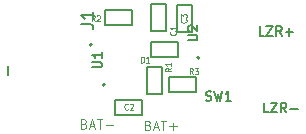
<source format=gto>
G04 (created by PCBNEW (2013-03-04 BZR 3984)-stable) date 5/30/2013 11:29:51 AM*
%MOIN*%
G04 Gerber Fmt 3.4, Leading zero omitted, Abs format*
%FSLAX34Y34*%
G01*
G70*
G90*
G04 APERTURE LIST*
%ADD10C,0.006*%
%ADD11C,0.00787402*%
%ADD12C,0.005*%
%ADD13C,0.00590551*%
%ADD14C,0.00492126*%
%ADD15C,0.0045*%
%ADD16C,0.008*%
G04 APERTURE END LIST*
G54D10*
G54D11*
X23110Y-20866D02*
G75*
G03X23110Y-20866I-39J0D01*
G74*
G01*
X26259Y-19960D02*
G75*
G03X26259Y-19960I-39J0D01*
G74*
G01*
G54D12*
X23093Y-18372D02*
X23993Y-18372D01*
X23993Y-18372D02*
X23993Y-18872D01*
X23993Y-18872D02*
X23093Y-18872D01*
X23093Y-18872D02*
X23093Y-18372D01*
X24347Y-21864D02*
X23447Y-21864D01*
X23447Y-21864D02*
X23447Y-21364D01*
X23447Y-21364D02*
X24347Y-21364D01*
X24347Y-21364D02*
X24347Y-21864D01*
X24628Y-19435D02*
X25528Y-19435D01*
X25528Y-19435D02*
X25528Y-19935D01*
X25528Y-19935D02*
X24628Y-19935D01*
X24628Y-19935D02*
X24628Y-19435D01*
X25013Y-20258D02*
X25013Y-21158D01*
X25013Y-21158D02*
X24513Y-21158D01*
X24513Y-21158D02*
X24513Y-20258D01*
X24513Y-20258D02*
X25013Y-20258D01*
X24631Y-19072D02*
X24631Y-18172D01*
X24631Y-18172D02*
X25131Y-18172D01*
X25131Y-18172D02*
X25131Y-19072D01*
X25131Y-19072D02*
X24631Y-19072D01*
X26158Y-21116D02*
X25258Y-21116D01*
X25258Y-21116D02*
X25258Y-20616D01*
X25258Y-20616D02*
X26158Y-20616D01*
X26158Y-20616D02*
X26158Y-21116D01*
G54D13*
X19881Y-20236D02*
X19881Y-20551D01*
X22677Y-19527D02*
G75*
G03X22677Y-19527I-39J0D01*
G74*
G01*
G54D12*
X25500Y-19100D02*
X25500Y-18200D01*
X25500Y-18200D02*
X26000Y-18200D01*
X26000Y-18200D02*
X26000Y-19100D01*
X26000Y-19100D02*
X25500Y-19100D01*
G54D13*
X28413Y-19221D02*
X28263Y-19221D01*
X28263Y-18907D01*
X28488Y-18907D02*
X28698Y-18907D01*
X28488Y-19221D01*
X28698Y-19221D01*
X28998Y-19221D02*
X28893Y-19071D01*
X28818Y-19221D02*
X28818Y-18907D01*
X28938Y-18907D01*
X28968Y-18922D01*
X28983Y-18937D01*
X28998Y-18967D01*
X28998Y-19011D01*
X28983Y-19041D01*
X28968Y-19056D01*
X28938Y-19071D01*
X28818Y-19071D01*
X29133Y-19101D02*
X29373Y-19101D01*
X29253Y-19221D02*
X29253Y-18982D01*
X28571Y-21781D02*
X28421Y-21781D01*
X28421Y-21466D01*
X28646Y-21466D02*
X28856Y-21466D01*
X28646Y-21781D01*
X28856Y-21781D01*
X29156Y-21781D02*
X29051Y-21631D01*
X28976Y-21781D02*
X28976Y-21466D01*
X29096Y-21466D01*
X29126Y-21481D01*
X29141Y-21496D01*
X29156Y-21526D01*
X29156Y-21571D01*
X29141Y-21601D01*
X29126Y-21616D01*
X29096Y-21631D01*
X28976Y-21631D01*
X29291Y-21661D02*
X29531Y-21661D01*
G54D14*
X22407Y-22167D02*
X22452Y-22182D01*
X22467Y-22197D01*
X22482Y-22227D01*
X22482Y-22272D01*
X22467Y-22302D01*
X22452Y-22317D01*
X22422Y-22332D01*
X22302Y-22332D01*
X22302Y-22017D01*
X22407Y-22017D01*
X22437Y-22032D01*
X22452Y-22047D01*
X22467Y-22077D01*
X22467Y-22107D01*
X22452Y-22137D01*
X22437Y-22152D01*
X22407Y-22167D01*
X22302Y-22167D01*
X22602Y-22242D02*
X22752Y-22242D01*
X22572Y-22332D02*
X22677Y-22017D01*
X22782Y-22332D01*
X22842Y-22017D02*
X23022Y-22017D01*
X22932Y-22332D02*
X22932Y-22017D01*
X23127Y-22212D02*
X23367Y-22212D01*
X24533Y-22206D02*
X24578Y-22221D01*
X24593Y-22236D01*
X24608Y-22266D01*
X24608Y-22311D01*
X24593Y-22341D01*
X24578Y-22356D01*
X24548Y-22371D01*
X24428Y-22371D01*
X24428Y-22056D01*
X24533Y-22056D01*
X24563Y-22071D01*
X24578Y-22086D01*
X24593Y-22116D01*
X24593Y-22146D01*
X24578Y-22176D01*
X24563Y-22191D01*
X24533Y-22206D01*
X24428Y-22206D01*
X24728Y-22281D02*
X24878Y-22281D01*
X24698Y-22371D02*
X24803Y-22056D01*
X24908Y-22371D01*
X24968Y-22056D02*
X25148Y-22056D01*
X25058Y-22371D02*
X25058Y-22056D01*
X25253Y-22251D02*
X25493Y-22251D01*
X25373Y-22371D02*
X25373Y-22131D01*
G54D13*
X26469Y-21372D02*
X26514Y-21387D01*
X26589Y-21387D01*
X26619Y-21372D01*
X26634Y-21357D01*
X26649Y-21327D01*
X26649Y-21297D01*
X26634Y-21267D01*
X26619Y-21252D01*
X26589Y-21237D01*
X26529Y-21222D01*
X26499Y-21207D01*
X26484Y-21192D01*
X26469Y-21162D01*
X26469Y-21132D01*
X26484Y-21102D01*
X26499Y-21087D01*
X26529Y-21072D01*
X26604Y-21072D01*
X26649Y-21087D01*
X26754Y-21072D02*
X26829Y-21387D01*
X26889Y-21162D01*
X26949Y-21387D01*
X27024Y-21072D01*
X27309Y-21387D02*
X27129Y-21387D01*
X27219Y-21387D02*
X27219Y-21072D01*
X27189Y-21117D01*
X27159Y-21147D01*
X27129Y-21162D01*
G54D15*
X22765Y-18742D02*
X22705Y-18647D01*
X22662Y-18742D02*
X22662Y-18542D01*
X22730Y-18542D01*
X22748Y-18551D01*
X22756Y-18561D01*
X22765Y-18580D01*
X22765Y-18609D01*
X22756Y-18628D01*
X22748Y-18637D01*
X22730Y-18647D01*
X22662Y-18647D01*
X22833Y-18561D02*
X22842Y-18551D01*
X22859Y-18542D01*
X22902Y-18542D01*
X22919Y-18551D01*
X22928Y-18561D01*
X22936Y-18580D01*
X22936Y-18599D01*
X22928Y-18628D01*
X22825Y-18742D01*
X22936Y-18742D01*
X23867Y-21676D02*
X23859Y-21685D01*
X23833Y-21695D01*
X23816Y-21695D01*
X23790Y-21685D01*
X23773Y-21666D01*
X23764Y-21647D01*
X23756Y-21609D01*
X23756Y-21580D01*
X23764Y-21542D01*
X23773Y-21523D01*
X23790Y-21504D01*
X23816Y-21495D01*
X23833Y-21495D01*
X23859Y-21504D01*
X23867Y-21514D01*
X23936Y-21514D02*
X23944Y-21504D01*
X23961Y-21495D01*
X24004Y-21495D01*
X24021Y-21504D01*
X24030Y-21514D01*
X24039Y-21533D01*
X24039Y-21552D01*
X24030Y-21580D01*
X23927Y-21695D01*
X24039Y-21695D01*
X24315Y-20120D02*
X24315Y-19920D01*
X24358Y-19920D01*
X24384Y-19929D01*
X24401Y-19948D01*
X24410Y-19967D01*
X24418Y-20006D01*
X24418Y-20034D01*
X24410Y-20072D01*
X24401Y-20091D01*
X24384Y-20110D01*
X24358Y-20120D01*
X24315Y-20120D01*
X24590Y-20120D02*
X24487Y-20120D01*
X24538Y-20120D02*
X24538Y-19920D01*
X24521Y-19948D01*
X24504Y-19967D01*
X24487Y-19977D01*
X25317Y-20305D02*
X25221Y-20365D01*
X25317Y-20408D02*
X25117Y-20408D01*
X25117Y-20339D01*
X25126Y-20322D01*
X25136Y-20314D01*
X25155Y-20305D01*
X25183Y-20305D01*
X25202Y-20314D01*
X25212Y-20322D01*
X25221Y-20339D01*
X25221Y-20408D01*
X25317Y-20134D02*
X25317Y-20237D01*
X25317Y-20185D02*
X25117Y-20185D01*
X25145Y-20202D01*
X25164Y-20219D01*
X25174Y-20237D01*
X25455Y-19085D02*
X25465Y-19093D01*
X25474Y-19119D01*
X25474Y-19136D01*
X25465Y-19162D01*
X25446Y-19179D01*
X25427Y-19187D01*
X25388Y-19196D01*
X25360Y-19196D01*
X25322Y-19187D01*
X25303Y-19179D01*
X25284Y-19162D01*
X25274Y-19136D01*
X25274Y-19119D01*
X25284Y-19093D01*
X25293Y-19085D01*
X25474Y-18913D02*
X25474Y-19016D01*
X25474Y-18965D02*
X25274Y-18965D01*
X25303Y-18982D01*
X25322Y-18999D01*
X25331Y-19016D01*
X26032Y-20514D02*
X25972Y-20418D01*
X25930Y-20514D02*
X25930Y-20314D01*
X25998Y-20314D01*
X26015Y-20323D01*
X26024Y-20333D01*
X26032Y-20352D01*
X26032Y-20380D01*
X26024Y-20399D01*
X26015Y-20409D01*
X25998Y-20418D01*
X25930Y-20418D01*
X26092Y-20314D02*
X26204Y-20314D01*
X26144Y-20390D01*
X26170Y-20390D01*
X26187Y-20399D01*
X26195Y-20409D01*
X26204Y-20428D01*
X26204Y-20475D01*
X26195Y-20494D01*
X26187Y-20504D01*
X26170Y-20514D01*
X26118Y-20514D01*
X26101Y-20504D01*
X26092Y-20494D01*
G54D13*
X22686Y-20279D02*
X22941Y-20279D01*
X22971Y-20264D01*
X22986Y-20249D01*
X23001Y-20219D01*
X23001Y-20159D01*
X22986Y-20129D01*
X22971Y-20114D01*
X22941Y-20099D01*
X22686Y-20099D01*
X23001Y-19784D02*
X23001Y-19964D01*
X23001Y-19874D02*
X22686Y-19874D01*
X22731Y-19904D01*
X22761Y-19934D01*
X22776Y-19964D01*
X25875Y-19373D02*
X26130Y-19373D01*
X26160Y-19358D01*
X26175Y-19343D01*
X26190Y-19313D01*
X26190Y-19253D01*
X26175Y-19223D01*
X26160Y-19208D01*
X26130Y-19193D01*
X25875Y-19193D01*
X25905Y-19058D02*
X25890Y-19043D01*
X25875Y-19013D01*
X25875Y-18938D01*
X25890Y-18908D01*
X25905Y-18893D01*
X25935Y-18878D01*
X25965Y-18878D01*
X26010Y-18893D01*
X26190Y-19073D01*
X26190Y-18878D01*
G54D16*
X22320Y-18834D02*
X22606Y-18834D01*
X22663Y-18853D01*
X22701Y-18891D01*
X22720Y-18948D01*
X22720Y-18986D01*
X22720Y-18434D02*
X22720Y-18662D01*
X22720Y-18548D02*
X22320Y-18548D01*
X22378Y-18586D01*
X22416Y-18624D01*
X22435Y-18662D01*
G54D15*
X25811Y-18680D02*
X25821Y-18688D01*
X25830Y-18714D01*
X25830Y-18731D01*
X25821Y-18757D01*
X25802Y-18774D01*
X25783Y-18782D01*
X25745Y-18791D01*
X25716Y-18791D01*
X25678Y-18782D01*
X25659Y-18774D01*
X25640Y-18757D01*
X25630Y-18731D01*
X25630Y-18714D01*
X25640Y-18688D01*
X25650Y-18680D01*
X25630Y-18620D02*
X25630Y-18508D01*
X25707Y-18568D01*
X25707Y-18542D01*
X25716Y-18525D01*
X25726Y-18517D01*
X25745Y-18508D01*
X25792Y-18508D01*
X25811Y-18517D01*
X25821Y-18525D01*
X25830Y-18542D01*
X25830Y-18594D01*
X25821Y-18611D01*
X25811Y-18620D01*
M02*

</source>
